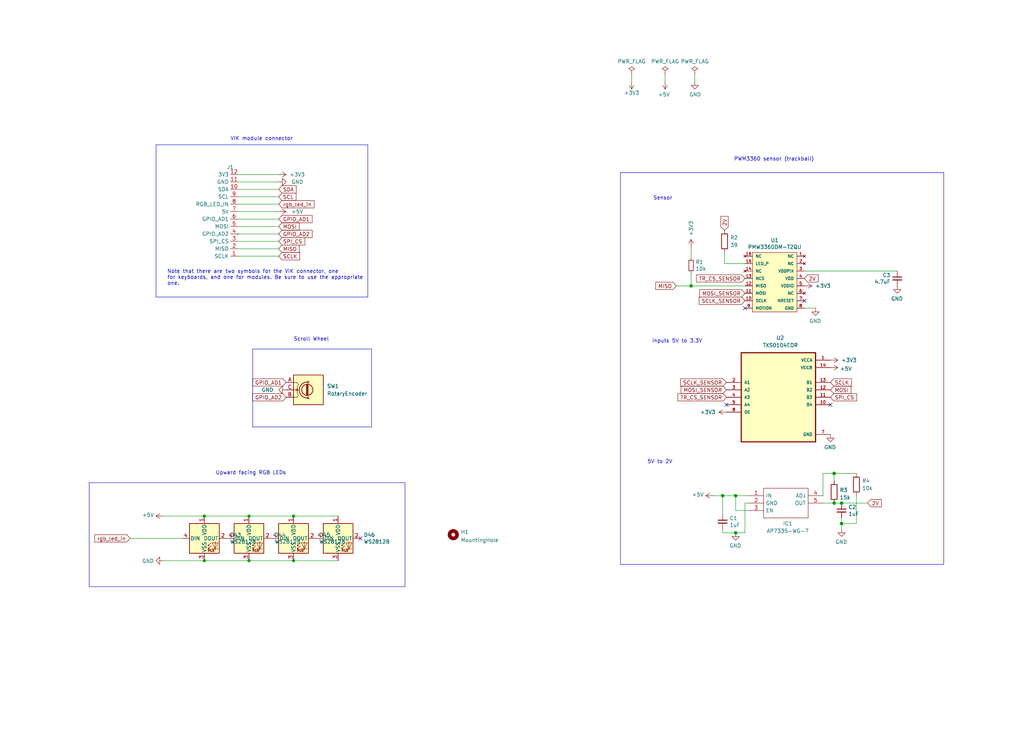
<source format=kicad_sch>
(kicad_sch (version 20230121) (generator eeschema)
  (paper "User" 350.012 250.012)
  (lib_symbols
    (symbol "AP7331-WG-7:AP7331-WG-7" (pin_names (offset 0.762))
      (property "Reference" "IC" (at 21.59 7.62 0))
      (property "Value" "AP7331-WG-7" (at 21.59 5.08 0))
      (symbol "AP7331-WG-7_0_0"
        (pin passive line (at 0 0 0) (length 5.08) (name "IN") (number "1"))
        (pin passive line (at 0 -2.54 0) (length 5.08) (name "GND") (number "2"))
        (pin passive line (at 0 -5.08 0) (length 5.08) (name "EN") (number "3"))
        (pin passive line (at 25.4 0 180) (length 5.08) (name "ADJ") (number "4"))
        (pin passive line (at 25.4 -2.54 180) (length 5.08) (name "OUT") (number "5"))
      )
      (symbol "AP7331-WG-7_0_1"
        (polyline (pts (xy 5.08 2.54) (xy 20.32 2.54) (xy 20.32 -7.62) (xy 5.08 -7.62) (xy 5.08 2.54)) (stroke (width 0.1524)))
      )
    )
    (symbol "Device:C_Small" (pin_numbers hide) (pin_names (offset 0.254) hide)
      (property "Reference" "C" (at 0.254 1.778 0))
      (property "Value" "C_Small" (at 0.254 -2.032 0))
      (symbol "C_Small_0_1"
        (polyline (pts (xy -1.524 -0.508) (xy 1.524 -0.508)) (stroke (width 0.3302)))
        (polyline (pts (xy -1.524 0.508) (xy 1.524 0.508)) (stroke (width 0.3048)))
      )
      (symbol "C_Small_1_1"
        (pin passive line (at 0 2.54 270) (length 2.032) (name "~") (number "1"))
        (pin passive line (at 0 -2.54 90) (length 2.032) (name "~") (number "2"))
      )
    )
    (symbol "Device:R" (pin_numbers hide) (pin_names (offset 0))
      (property "Reference" "R" (at 2.032 0 90))
      (property "Value" "R" (at 0 0 90))
      (symbol "R_0_1"
        (rectangle (start -1.016 -2.54) (end 1.016 2.54) (stroke (width 0.254)))
      )
      (symbol "R_1_1"
        (pin passive line (at 0 3.81 270) (length 1.27) (name "~") (number "1"))
        (pin passive line (at 0 -3.81 90) (length 1.27) (name "~") (number "2"))
      )
    )
    (symbol "Device:R_Small" (pin_numbers hide) (pin_names (offset 0.254) hide)
      (property "Reference" "R" (at 0.762 0.508 0))
      (property "Value" "R_Small" (at 0.762 -1.016 0))
      (symbol "R_Small_0_1"
        (rectangle (start -0.762 1.778) (end 0.762 -1.778) (stroke (width 0.2032)))
      )
      (symbol "R_Small_1_1"
        (pin passive line (at 0 2.54 270) (length 0.762) (name "~") (number "1"))
        (pin passive line (at 0 -2.54 90) (length 0.762) (name "~") (number "2"))
      )
    )
    (symbol "Device:RotaryEncoder" (pin_names (offset 0.254) hide)
      (property "Reference" "SW" (at 0 6.604 0))
      (property "Value" "RotaryEncoder" (at 0 -6.604 0))
      (symbol "RotaryEncoder_0_1"
        (rectangle (start -5.08 5.08) (end 5.08 -5.08) (stroke (width 0.254)) (fill (type background)))
        (circle (center -3.81 0) (radius 0.254) (fill (type outline)))
        (circle (center -0.381 0) (radius 1.905) (stroke (width 0.254)))
        (arc (start -0.381 2.667) (mid -3.0988 -0.0635) (end -0.381 -2.794) (stroke (width 0.254)))
        (polyline (pts (xy -0.635 -1.778) (xy -0.635 1.778)) (stroke (width 0.254)))
        (polyline (pts (xy -0.381 -1.778) (xy -0.381 1.778)) (stroke (width 0.254)))
        (polyline (pts (xy -0.127 1.778) (xy -0.127 -1.778)) (stroke (width 0.254)))
        (polyline (pts (xy -5.08 -2.54) (xy -3.81 -2.54) (xy -3.81 -2.032)))
        (polyline (pts (xy -5.08 2.54) (xy -3.81 2.54) (xy -3.81 2.032)))
        (polyline (pts (xy 0.254 -3.048) (xy -0.508 -2.794) (xy 0.127 -2.413)) (stroke (width 0.254)))
        (polyline (pts (xy 0.254 2.921) (xy -0.508 2.667) (xy 0.127 2.286)) (stroke (width 0.254)))
        (polyline (pts (xy -5.08 0) (xy -3.81 0) (xy -3.81 -1.016) (xy -3.302 -2.032)))
        (polyline (pts (xy -4.318 0) (xy -3.81 0) (xy -3.81 1.016) (xy -3.302 2.032)))
      )
      (symbol "RotaryEncoder_1_1"
        (pin passive line (at -7.62 2.54 0) (length 2.54) (name "A") (number "A"))
        (pin passive line (at -7.62 -2.54 0) (length 2.54) (name "B") (number "B"))
        (pin passive line (at -7.62 0 0) (length 2.54) (name "C") (number "C"))
      )
    )
    (symbol "Mechanical:MountingHole" (pin_names (offset 1.016))
      (property "Reference" "H" (at 0 5.08 0))
      (property "Value" "MountingHole" (at 0 3.175 0))
      (symbol "MountingHole_0_1"
        (circle (center 0 0) (radius 1.27) (stroke (width 1.27)))
      )
    )
    (symbol "TXS0104EDR:TXS0104EDR" (pin_names (offset 1.016))
      (property "Reference" "U" (at -12.7 16.2306 0))
      (property "Value" "TXS0104EDR" (at -12.7 -19.2278 0))
      (symbol "TXS0104EDR_0_0"
        (rectangle (start -12.7 -15.24) (end 12.7 15.24) (stroke (width 0.4064)) (fill (type background)))
        (pin power_in line (at 17.78 12.7 180) (length 5.08) (name "VCCA") (number "1"))
        (pin output line (at 17.78 -2.54 180) (length 5.08) (name "B4") (number "10"))
        (pin output line (at 17.78 0 180) (length 5.08) (name "B3") (number "11"))
        (pin output line (at 17.78 2.54 180) (length 5.08) (name "B2") (number "12"))
        (pin output line (at 17.78 5.08 180) (length 5.08) (name "B1") (number "13"))
        (pin power_in line (at 17.78 10.16 180) (length 5.08) (name "VCCB") (number "14"))
        (pin input line (at -17.78 5.08 0) (length 5.08) (name "A1") (number "2"))
        (pin input line (at -17.78 2.54 0) (length 5.08) (name "A2") (number "3"))
        (pin input line (at -17.78 0 0) (length 5.08) (name "A3") (number "4"))
        (pin input line (at -17.78 -2.54 0) (length 5.08) (name "A4") (number "5"))
        (pin power_in line (at 17.78 -12.7 180) (length 5.08) (name "GND") (number "7"))
        (pin input line (at -17.78 -5.08 0) (length 5.08) (name "OE") (number "8"))
      )
    )
    (symbol "kicad-keyboard-parts:SK6812MINI-E" (pin_names (offset 0.254))
      (property "Reference" "D" (at 5.08 5.715 0))
      (property "Value" "SK6812MINI-E" (at 1.27 -5.715 0))
      (symbol "SK6812MINI-E_0_0"
        (text "RGB" (at 2.286 -4.191 0) (effects (font (size 0.762 0.762))))
      )
      (symbol "SK6812MINI-E_0_1"
        (polyline (pts (xy 1.27 -3.556) (xy 1.778 -3.556)))
        (polyline (pts (xy 1.27 -2.54) (xy 1.778 -2.54)))
        (polyline (pts (xy 4.699 -3.556) (xy 2.667 -3.556)))
        (polyline (pts (xy 2.286 -2.54) (xy 1.27 -3.556) (xy 1.27 -3.048)))
        (polyline (pts (xy 2.286 -1.524) (xy 1.27 -2.54) (xy 1.27 -2.032)))
        (polyline (pts (xy 3.683 -1.016) (xy 3.683 -3.556) (xy 3.683 -4.064)))
        (polyline (pts (xy 4.699 -1.524) (xy 2.667 -1.524) (xy 3.683 -3.556) (xy 4.699 -1.524)))
        (rectangle (start 5.08 5.08) (end -5.08 -5.08) (stroke (width 0.254)) (fill (type background)))
      )
      (symbol "SK6812MINI-E_1_1"
        (pin power_in line (at 0 7.62 270) (length 2.54) (name "VDD") (number "1"))
        (pin output line (at 7.62 0 180) (length 2.54) (name "DOUT") (number "2"))
        (pin power_in line (at 0 -7.62 90) (length 2.54) (name "VSS") (number "3"))
        (pin input line (at -7.62 0 0) (length 2.54) (name "DIN") (number "4"))
      )
    )
    (symbol "power:+3V3" (power) (pin_names (offset 0))
      (property "Value" "+3V3" (at 0 3.556 0))
      (symbol "+3V3_0_1"
        (polyline (pts (xy -0.762 1.27) (xy 0 2.54)))
        (polyline (pts (xy 0 0) (xy 0 2.54)))
        (polyline (pts (xy 0 2.54) (xy 0.762 1.27)))
      )
      (symbol "+3V3_1_1"
        (pin power_in line (at 0 0 90) (length 0) hide (name "+3V3") (number "1"))
      )
    )
    (symbol "power:+5V" (power) (pin_names (offset 0))
      (property "Value" "+5V" (at 0 3.556 0))
      (symbol "+5V_0_1"
        (polyline (pts (xy -0.762 1.27) (xy 0 2.54)))
        (polyline (pts (xy 0 0) (xy 0 2.54)))
        (polyline (pts (xy 0 2.54) (xy 0.762 1.27)))
      )
      (symbol "+5V_1_1"
        (pin power_in line (at 0 0 90) (length 0) hide (name "+5V") (number "1"))
      )
    )
    (symbol "power:GND" (power) (pin_names (offset 0))
      (property "Value" "GND" (at 0 -3.81 0))
      (symbol "GND_0_1"
        (polyline (pts (xy 0 0) (xy 0 -1.27) (xy 1.27 -1.27) (xy 0 -2.54) (xy -1.27 -1.27) (xy 0 -1.27)))
      )
      (symbol "GND_1_1"
        (pin power_in line (at 0 0 270) (length 0) hide (name "GND") (number "1"))
      )
    )
    (symbol "power:PWR_FLAG" (power) (pin_numbers hide) (pin_names (offset 0) hide)
      (property "Value" "PWR_FLAG" (at 0 3.81 0))
      (symbol "PWR_FLAG_0_0"
        (pin power_out line (at 0 0 90) (length 0) (name "pwr") (number "1"))
      )
      (symbol "PWR_FLAG_0_1"
        (polyline (pts (xy 0 0) (xy 0 1.27) (xy -1.016 1.905) (xy 0 2.54) (xy 1.016 1.905) (xy 0 1.27)))
      )
    )
    (symbol "sensor-rescue:PWM3360-pwm3360" (pin_names (offset 1.016))
      (property "Reference" "U4" (at 0 14.351 0))
      (property "Value" "PMW3360DM-T2QU" (at 0 12.0396 0))
      (symbol "PWM3360-pwm3360_0_1"
        (rectangle (start -7.62 10.16) (end 7.62 -10.16) (fill (type background)))
      )
      (symbol "PWM3360-pwm3360_1_1"
        (pin no_connect line (at -10.16 8.89 0) (length 2.54) (name "NC") (number "1"))
        (pin input line (at 10.16 -6.35 180) (length 2.54) (name "SCLK") (number "10"))
        (pin input line (at 10.16 -3.81 180) (length 2.54) (name "MOSI") (number "11"))
        (pin output line (at 10.16 -1.27 180) (length 2.54) (name "MISO") (number "12"))
        (pin input line (at 10.16 1.27 180) (length 2.54) (name "NCS") (number "13"))
        (pin no_connect line (at 10.16 3.81 180) (length 2.54) (name "NC") (number "14"))
        (pin input line (at 10.16 6.35 180) (length 2.54) (name "LED_P") (number "15"))
        (pin no_connect line (at 10.16 8.89 180) (length 2.54) (name "NC") (number "16"))
        (pin no_connect line (at -10.16 6.35 0) (length 2.54) (name "NC") (number "2"))
        (pin power_out line (at -10.16 3.81 0) (length 2.54) (name "VDDPIX") (number "3"))
        (pin power_in line (at -10.16 1.27 0) (length 2.54) (name "VDD") (number "4"))
        (pin power_in line (at -10.16 -1.27 0) (length 2.54) (name "VDDIO") (number "5"))
        (pin no_connect line (at -10.16 -3.81 0) (length 2.54) (name "NC") (number "6"))
        (pin input line (at -10.16 -6.35 0) (length 2.54) (name "NRESET") (number "7"))
        (pin power_in line (at -10.16 -8.89 0) (length 2.54) (name "GND") (number "8"))
        (pin output line (at 10.16 -8.89 180) (length 2.54) (name "MOTION") (number "9"))
      )
    )
    (symbol "vik:vik-module-connector"
      (property "Reference" "J" (at 0 17.78 0))
      (symbol "vik-module-connector_1_1"
        (pin input line (at 0 13.97 0) (length 2.54) (name "SCLK") (number "1"))
        (pin input line (at 0 -8.89 0) (length 2.54) (name "SDA") (number "10"))
        (pin power_in line (at 0 -11.43 0) (length 2.54) (name "GND") (number "11"))
        (pin power_in line (at 0 -13.97 0) (length 2.54) (name "3V3") (number "12"))
        (pin input line (at 0 11.43 0) (length 2.54) (name "MISO") (number "2"))
        (pin input line (at 0 8.89 0) (length 2.54) (name "SPI_CS") (number "3"))
        (pin input line (at 0 6.35 0) (length 2.54) (name "GPIO_AD2") (number "4"))
        (pin input line (at 0 3.81 0) (length 2.54) (name "MOSI") (number "5"))
        (pin input line (at 0 1.27 0) (length 2.54) (name "GPIO_AD1") (number "6"))
        (pin power_in line (at 0 -1.27 0) (length 2.54) (name "5V") (number "7"))
        (pin input line (at 0 -3.81 0) (length 2.54) (name "RGB_LED_IN") (number "8"))
        (pin input line (at 0 -6.35 0) (length 2.54) (name "SCL") (number "9"))
      )
    )
  )
  (junction (at 251.46 182.245) (diameter 1.016))
  (junction (at 69.85 191.77))
  (junction (at 236.22 97.79) (diameter 1.016))
  (junction (at 85.09 176.53))
  (junction (at 247.015 169.545) (diameter 1.016))
  (junction (at 251.46 169.545) (diameter 1.016))
  (junction (at 287.655 172.085) (diameter 1.016))
  (junction (at 285.115 161.925) (diameter 1.016))
  (junction (at 285.115 172.085) (diameter 1.016))
  (junction (at 100.33 176.53))
  (junction (at 100.33 191.77))
  (junction (at 287.655 179.07) (diameter 1.016))
  (junction (at 69.85 176.53))
  (junction (at 85.09 191.77))
  (no_connect (at 254.635 105.41))
  (no_connect (at 123.19 184.15))
  (no_connect (at 274.955 102.87))
  (no_connect (at 248.285 138.43))
  (no_connect (at 283.845 138.43))
  (wire (pts (xy 247.015 182.245) (xy 247.015 180.975)))
  (wire (pts (xy 274.955 92.71) (xy 306.705 92.71)))
  (wire (pts (xy 281.305 172.085) (xy 285.115 172.085)))
  (wire (pts (xy 81.28 59.69) (xy 95.25 59.69)))
  (wire (pts (xy 81.28 67.31) (xy 95.25 67.31)))
  (wire (pts (xy 85.09 176.53) (xy 100.33 176.53)))
  (polyline (pts (xy 30.48 165.1) (xy 30.48 200.66)))
  (wire (pts (xy 281.305 161.925) (xy 285.115 161.925)))
  (wire (pts (xy 243.84 169.545) (xy 247.015 169.545)))
  (wire (pts (xy 292.735 169.545) (xy 292.735 179.07)))
  (wire (pts (xy 81.28 77.47) (xy 95.25 77.47)))
  (polyline (pts (xy 322.58 193.04) (xy 212.09 193.04)))
  (wire (pts (xy 285.115 161.925) (xy 292.735 161.925)))
  (wire (pts (xy 255.905 172.085) (xy 254.635 172.085)))
  (wire (pts (xy 237.49 25.4) (xy 237.49 27.94)))
  (wire (pts (xy 247.65 90.17) (xy 247.65 86.36)))
  (wire (pts (xy 236.22 97.79) (xy 254.635 97.79)))
  (wire (pts (xy 69.85 191.77) (xy 85.09 191.77)))
  (wire (pts (xy 285.115 172.085) (xy 287.655 172.085)))
  (wire (pts (xy 81.28 74.93) (xy 95.25 74.93)))
  (polyline (pts (xy 86.36 146.05) (xy 127 146.05)))
  (wire (pts (xy 55.88 191.77) (xy 69.85 191.77)))
  (polyline (pts (xy 322.58 59.055) (xy 322.58 193.04)))
  (wire (pts (xy 285.115 161.925) (xy 285.115 164.465)))
  (polyline (pts (xy 30.48 165.1) (xy 138.43 165.1)))
  (wire (pts (xy 55.88 176.53) (xy 69.85 176.53)))
  (wire (pts (xy 254.635 172.085) (xy 254.635 182.245)))
  (wire (pts (xy 287.655 179.07) (xy 287.655 180.975)))
  (wire (pts (xy 81.28 82.55) (xy 95.25 82.55)))
  (wire (pts (xy 292.735 179.07) (xy 287.655 179.07)))
  (wire (pts (xy 236.22 84.455) (xy 236.22 88.265)))
  (wire (pts (xy 81.28 85.09) (xy 95.25 85.09)))
  (wire (pts (xy 281.305 161.925) (xy 281.305 169.545)))
  (wire (pts (xy 287.655 172.085) (xy 296.545 172.085)))
  (wire (pts (xy 85.09 191.77) (xy 100.33 191.77)))
  (wire (pts (xy 251.46 182.245) (xy 247.015 182.245)))
  (wire (pts (xy 81.28 62.23) (xy 95.25 62.23)))
  (wire (pts (xy 100.33 191.77) (xy 115.57 191.77)))
  (wire (pts (xy 255.905 174.625) (xy 251.46 174.625)))
  (wire (pts (xy 81.28 64.77) (xy 95.25 64.77)))
  (polyline (pts (xy 212.09 59.055) (xy 322.58 59.055)))
  (wire (pts (xy 251.46 174.625) (xy 251.46 169.545)))
  (wire (pts (xy 274.955 105.41) (xy 278.765 105.41)))
  (wire (pts (xy 100.33 176.53) (xy 115.57 176.53)))
  (wire (pts (xy 227.33 25.4) (xy 227.33 27.94)))
  (wire (pts (xy 287.655 177.165) (xy 287.655 179.07)))
  (polyline (pts (xy 125.73 49.53) (xy 125.73 101.6)))
  (polyline (pts (xy 125.73 101.6) (xy 53.34 101.6)))
  (polyline (pts (xy 86.36 119.38) (xy 127 119.38)))
  (polyline (pts (xy 53.34 49.53) (xy 53.34 101.6)))
  (wire (pts (xy 231.14 97.79) (xy 236.22 97.79)))
  (polyline (pts (xy 138.43 200.66) (xy 138.43 165.1)))
  (wire (pts (xy 215.9 25.4) (xy 215.9 27.94)))
  (wire (pts (xy 44.45 184.15) (xy 62.23 184.15)))
  (wire (pts (xy 81.28 87.63) (xy 95.25 87.63)))
  (polyline (pts (xy 53.34 49.53) (xy 125.73 49.53)))
  (wire (pts (xy 81.28 69.85) (xy 95.25 69.85)))
  (wire (pts (xy 247.015 169.545) (xy 247.015 175.895)))
  (wire (pts (xy 81.28 72.39) (xy 95.25 72.39)))
  (wire (pts (xy 254.635 90.17) (xy 247.65 90.17)))
  (wire (pts (xy 69.85 176.53) (xy 85.09 176.53)))
  (wire (pts (xy 254.635 182.245) (xy 251.46 182.245)))
  (wire (pts (xy 236.22 93.345) (xy 236.22 97.79)))
  (wire (pts (xy 247.015 169.545) (xy 251.46 169.545)))
  (polyline (pts (xy 212.09 193.04) (xy 212.09 59.055)))
  (polyline (pts (xy 30.48 200.66) (xy 138.43 200.66)))
  (polyline (pts (xy 86.36 119.38) (xy 86.36 146.05)))
  (wire (pts (xy 81.28 80.01) (xy 95.25 80.01)))
  (polyline (pts (xy 127 146.05) (xy 127 119.38)))
  (wire (pts (xy 251.46 169.545) (xy 255.905 169.545)))
  (text "PWM3360 sensor (trackball)" (at 250.825 55.245 0) (effects (font (size 1.27 1.27)) (justify left bottom)))
  (text "Inputs 5V to 3.3V" (at 240.03 117.475 0) (effects (font (size 1.27 1.27)) (justify right bottom)))
  (text "Note that there are two symbols for the VIK connector, one\nfor keyboards, and one for modules. Be sure to use the appropriate\none." (at 57.15 97.79 0) (effects (font (size 1.27 1.27)) (justify left bottom)))
  (text "Sensor" (at 229.87 68.58 0) (effects (font (size 1.27 1.27)) (justify right bottom)))
  (text "Upward facing RGB LEDs" (at 73.66 162.56 0) (effects (font (size 1.27 1.27)) (justify left bottom)))
  (text "5V to 2V" (at 229.87 158.75 0) (effects (font (size 1.27 1.27)) (justify right bottom)))
  (text "VIK module connector" (at 78.74 48.26 0) (effects (font (size 1.27 1.27)) (justify left bottom)))
  (text "Scroll Wheel" (at 100.33 116.84 0) (effects (font (size 1.27 1.27)) (justify left bottom)))
  (global_label "SCLK_SENSOR" (shape input) (at 254.635 102.87 180) (property "Intersheetrefs" "${INTERSHEET_REFS}" (effects hide)))
  (global_label "2V" (shape input) (at 274.955 95.25 0) (property "Intersheetrefs" "${INTERSHEET_REFS}" (effects hide)))
  (global_label "SPI_CS" (shape input) (at 283.845 135.89 0) (property "Intersheetrefs" "${INTERSHEET_REFS}" (effects hide)))
  (global_label "GPIO_AD2" (shape input) (at 97.79 135.89 180) (property "Intersheetrefs" "${INTERSHEET_REFS}" (effects hide)))
  (global_label "2V" (shape input) (at 247.65 78.74 90) (property "Intersheetrefs" "${INTERSHEET_REFS}" (effects hide)))
  (global_label "SPI_CS" (shape input) (at 95.25 82.55 0) (property "Intersheetrefs" "${INTERSHEET_REFS}" (effects hide)))
  (global_label "GPIO_AD2" (shape input) (at 95.25 80.01 0) (property "Intersheetrefs" "${INTERSHEET_REFS}" (effects hide)))
  (global_label "MOSI_SENSOR" (shape input) (at 254.635 100.33 180) (property "Intersheetrefs" "${INTERSHEET_REFS}" (effects hide)))
  (global_label "MOSI" (shape input) (at 95.25 77.47 0) (property "Intersheetrefs" "${INTERSHEET_REFS}" (effects hide)))
  (global_label "SCL" (shape input) (at 95.25 67.31 0) (property "Intersheetrefs" "${INTERSHEET_REFS}" (effects hide)))
  (global_label "MOSI" (shape input) (at 283.845 133.35 0) (property "Intersheetrefs" "${INTERSHEET_REFS}" (effects hide)))
  (global_label "MISO" (shape input) (at 95.25 85.09 0) (property "Intersheetrefs" "${INTERSHEET_REFS}" (effects hide)))
  (global_label "SCLK" (shape input) (at 95.25 87.63 0) (property "Intersheetrefs" "${INTERSHEET_REFS}" (effects hide)))
  (global_label "rgb_led_in" (shape input) (at 44.45 184.15 180) (property "Intersheetrefs" "${INTERSHEET_REFS}" (effects hide)))
  (global_label "SCLK_SENSOR" (shape input) (at 248.285 130.81 180) (property "Intersheetrefs" "${INTERSHEET_REFS}" (effects hide)))
  (global_label "TR_CS_SENSOR" (shape input) (at 254.635 95.25 180) (property "Intersheetrefs" "${INTERSHEET_REFS}" (effects hide)))
  (global_label "MISO" (shape input) (at 231.14 97.79 180) (property "Intersheetrefs" "${INTERSHEET_REFS}" (effects hide)))
  (global_label "GPIO_AD1" (shape input) (at 95.25 74.93 0) (property "Intersheetrefs" "${INTERSHEET_REFS}" (effects hide)))
  (global_label "GPIO_AD1" (shape input) (at 97.79 130.81 180) (property "Intersheetrefs" "${INTERSHEET_REFS}" (effects hide)))
  (global_label "rgb_led_in" (shape input) (at 95.25 69.85 0) (property "Intersheetrefs" "${INTERSHEET_REFS}" (effects hide)))
  (global_label "2V" (shape input) (at 296.545 172.085 0) (property "Intersheetrefs" "${INTERSHEET_REFS}" (effects hide)))
  (global_label "SCLK" (shape input) (at 283.845 130.81 0) (property "Intersheetrefs" "${INTERSHEET_REFS}" (effects hide)))
  (global_label "TR_CS_SENSOR" (shape input) (at 248.285 135.89 180) (property "Intersheetrefs" "${INTERSHEET_REFS}" (effects hide)))
  (global_label "MOSI_SENSOR" (shape input) (at 248.285 133.35 180) (property "Intersheetrefs" "${INTERSHEET_REFS}" (effects hide)))
  (global_label "SDA" (shape input) (at 95.25 64.77 0) (property "Intersheetrefs" "${INTERSHEET_REFS}" (effects hide)))
  (symbol (lib_id "power:+5V") (at 55.88 176.53 90) (unit 1)
    (property "Reference" "#PWR08" (effects hide))
    (property "Value" "+5V" (at 52.6288 176.149 90) (effects (justify left)))
  )
  (symbol (lib_id "power:PWR_FLAG") (at 215.9 25.4 0) (unit 1)
    (property "Reference" "#FLG01" (effects hide))
    (property "Value" "PWR_FLAG" (at 215.9 21.0058 0))
  )
  (symbol (lib_id "power:PWR_FLAG") (at 227.33 25.4 0) (unit 1)
    (property "Reference" "#FLG02" (effects hide))
    (property "Value" "PWR_FLAG" (at 227.33 21.0058 0))
  )
  (symbol (lib_id "power:+5V") (at 227.33 27.94 180) (unit 1)
    (property "Reference" "#PWR02" (effects hide))
    (property "Value" "+5V" (at 226.949 32.3342 0))
  )
  (symbol (lib_id "power:GND") (at 237.49 27.94 0) (unit 1)
    (property "Reference" "#PWR03" (effects hide))
    (property "Value" "GND" (at 237.617 32.3342 0))
  )
  (symbol (lib_id "power:PWR_FLAG") (at 237.49 25.4 0) (unit 1)
    (property "Reference" "#FLG03" (effects hide))
    (property "Value" "PWR_FLAG" (at 237.49 21.0058 0))
  )
  (symbol (lib_id "power:GND") (at 55.88 191.77 270) (unit 1)
    (property "Reference" "#PWR09" (effects hide))
    (property "Value" "GND" (at 52.6288 191.897 90) (effects (justify right)))
  )
  (symbol (lib_id "sensor-rescue:PWM3360-pwm3360") (at 264.795 96.52 0) (mirror y) (unit 1)
    (property "Reference" "U1" (at 264.795 82.169 0))
    (property "Value" "PMW3360DM-T2QU" (at 264.795 84.4804 0))
    (property "Footprint" "fingerpunch:PMW3360" (effects hide))
  )
  (symbol (lib_id "power:GND") (at 95.25 62.23 90) (mirror x) (unit 1)
    (property "Reference" "#PWR0102" (effects hide))
    (property "Value" "GND" (at 101.6 62.23 90))
  )
  (symbol (lib_id "power:+3V3") (at 283.845 123.19 270) (unit 1)
    (property "Reference" "#PWR0106" (effects hide))
    (property "Value" "+3V3" (at 290.195 123.19 90))
  )
  (symbol (lib_id "Device:R_Small") (at 236.22 90.805 0) (unit 1)
    (property "Reference" "R1" (at 237.7186 89.6366 0) (effects (justify left)))
    (property "Value" "10k" (at 237.7186 91.948 0) (effects (justify left)))
    (property "Footprint" "Resistor_SMD:R_1206_3216Metric" (effects hide))
    (property "LCSC" "C328409" (effects hide))
  )
  (symbol (lib_id "Device:R") (at 285.115 168.275 0) (unit 1)
    (property "Reference" "R3" (at 287.02 167.64 0) (effects (justify left)))
    (property "Value" "15k" (at 287.02 170.18 0) (effects (justify left)))
    (property "Footprint" "Resistor_SMD:R_1206_3216Metric" (effects hide))
    (property "LCSC" "C351534" (effects hide))
  )
  (symbol (lib_id "power:GND") (at 278.765 105.41 0) (mirror y) (unit 1)
    (property "Reference" "#PWR0114" (effects hide))
    (property "Value" "GND" (at 278.638 109.8042 0))
  )
  (symbol (lib_id "kicad-keyboard-parts:SK6812MINI-E") (at 69.85 184.15 0) (unit 1)
    (property "Reference" "D43" (at 78.5876 182.9816 0) (effects (justify left)))
    (property "Value" "WS2812B" (at 78.5876 185.293 0) (effects (justify left)))
    (property "Footprint" "fingerpunch:LED_WS2812B_PLCC4_5.0x5.0mm_P3.2mm-reversible" (effects hide))
    (property "Datasheet" "https://cdn-shop.adafruit.com/product-files/2686/SK6812MINI_REV.01-1-2.pdf" (effects hide))
    (property "LCSC" "C2761795" (effects hide))
  )
  (symbol (lib_id "power:GND") (at 97.79 133.35 270) (mirror x) (unit 1)
    (property "Reference" "#PWR0105" (effects hide))
    (property "Value" "GND" (at 91.44 133.35 90))
  )
  (symbol (lib_id "Device:C_Small") (at 287.655 174.625 0) (unit 1)
    (property "Reference" "C2" (at 289.9918 173.4566 0) (effects (justify left)))
    (property "Value" "1uF" (at 289.992 175.768 0) (effects (justify left)))
    (property "Footprint" "Capacitor_SMD:C_1206_3216Metric" (effects hide))
    (property "LCSC" "C1926" (effects hide))
  )
  (symbol (lib_id "kicad-keyboard-parts:SK6812MINI-E") (at 115.57 184.15 0) (unit 1)
    (property "Reference" "D46" (at 124.3076 182.9816 0) (effects (justify left)))
    (property "Value" "WS2812B" (at 124.3076 185.293 0) (effects (justify left)))
    (property "Footprint" "fingerpunch:LED_WS2812B_PLCC4_5.0x5.0mm_P3.2mm-reversible" (effects hide))
    (property "Datasheet" "https://cdn-shop.adafruit.com/product-files/2686/SK6812MINI_REV.01-1-2.pdf" (effects hide))
    (property "LCSC" "C2761795" (effects hide))
  )
  (symbol (lib_id "kicad-keyboard-parts:SK6812MINI-E") (at 100.33 184.15 0) (unit 1)
    (property "Reference" "D45" (at 109.0676 182.9816 0) (effects (justify left)))
    (property "Value" "WS2812B" (at 109.0676 185.293 0) (effects (justify left)))
    (property "Footprint" "fingerpunch:LED_WS2812B_PLCC4_5.0x5.0mm_P3.2mm-reversible" (effects hide))
    (property "Datasheet" "https://cdn-shop.adafruit.com/product-files/2686/SK6812MINI_REV.01-1-2.pdf" (effects hide))
    (property "LCSC" "C2761795" (effects hide))
  )
  (symbol (lib_id "Device:R") (at 247.65 82.55 0) (unit 1)
    (property "Reference" "R2" (at 249.555 81.28 0) (effects (justify left)))
    (property "Value" "39" (at 249.555 83.82 0) (effects (justify left)))
    (property "Footprint" "Resistor_SMD:R_1206_3216Metric" (effects hide))
    (property "LCSC" "C153384" (effects hide))
  )
  (symbol (lib_id "power:+3V3") (at 95.25 59.69 270) (unit 1)
    (property "Reference" "#PWR0101" (effects hide))
    (property "Value" "+3V3" (at 101.6 59.69 90))
  )
  (symbol (lib_id "power:+3V3") (at 236.22 84.455 0) (unit 1)
    (property "Reference" "#PWR0116" (effects hide))
    (property "Value" "+3V3" (at 236.22 78.105 90))
  )
  (symbol (lib_id "power:+3V3") (at 248.285 140.97 90) (unit 1)
    (property "Reference" "#PWR0108" (effects hide))
    (property "Value" "+3V3" (at 241.935 140.97 90))
  )
  (symbol (lib_id "power:+5V") (at 95.25 72.39 270) (unit 1)
    (property "Reference" "#PWR0104" (effects hide))
    (property "Value" "+5V" (at 101.6 72.39 90))
  )
  (symbol (lib_id "power:GND") (at 306.705 97.79 0) (mirror y) (unit 1)
    (property "Reference" "#PWR0107" (effects hide))
    (property "Value" "GND" (at 306.578 102.1842 0))
  )
  (symbol (lib_id "Device:C_Small") (at 306.705 95.25 0) (mirror y) (unit 1)
    (property "Reference" "C3" (at 304.3682 94.0816 0) (effects (justify left)))
    (property "Value" "4.7uF" (at 304.3682 96.393 0) (effects (justify left)))
    (property "Footprint" "Capacitor_SMD:C_1206_3216Metric" (effects hide))
    (property "LCSC" " C29823" (effects hide))
  )
  (symbol (lib_id "power:+5V") (at 243.84 169.545 90) (unit 1)
    (property "Reference" "#PWR0113" (effects hide))
    (property "Value" "+5V" (at 240.5888 169.164 90) (effects (justify left)))
  )
  (symbol (lib_id "kicad-keyboard-parts:SK6812MINI-E") (at 85.09 184.15 0) (unit 1)
    (property "Reference" "D44" (at 93.8276 182.9816 0) (effects (justify left)))
    (property "Value" "WS2812B" (at 93.8276 185.293 0) (effects (justify left)))
    (property "Footprint" "fingerpunch:LED_WS2812B_PLCC4_5.0x5.0mm_P3.2mm-reversible" (effects hide))
    (property "Datasheet" "https://cdn-shop.adafruit.com/product-files/2686/SK6812MINI_REV.01-1-2.pdf" (effects hide))
    (property "LCSC" "C2761795" (effects hide))
  )
  (symbol (lib_id "vik:vik-module-connector") (at 81.28 73.66 180) (unit 1)
    (property "Reference" "J1" (at 78.74 57.15 0))
    (property "Value" "~" (at 81.28 80.01 0))
    (property "Footprint" "vik:vik-module-connector-horizontal" (effects hide))
    (property "LCSC" "C479750" (effects hide))
  )
  (symbol (lib_id "power:+3V3") (at 274.955 97.79 270) (unit 1)
    (property "Reference" "#PWR0115" (effects hide))
    (property "Value" "+3V3" (at 281.305 97.79 90))
  )
  (symbol (lib_id "power:GND") (at 283.845 148.59 0) (mirror y) (unit 1)
    (property "Reference" "#PWR0110" (effects hide))
    (property "Value" "GND" (at 283.718 152.9842 0))
  )
  (symbol (lib_id "Device:R") (at 292.735 165.735 0) (unit 1)
    (property "Reference" "R4" (at 294.64 164.465 0) (effects (justify left)))
    (property "Value" "10k" (at 294.64 167.005 0) (effects (justify left)))
    (property "Footprint" "Resistor_SMD:R_1206_3216Metric" (effects hide))
    (property "LCSC" "C328409" (effects hide))
  )
  (symbol (lib_id "Mechanical:MountingHole") (at 154.94 182.88 0) (unit 1)
    (property "Reference" "H1" (at 157.48 181.9715 0) (effects (justify left)))
    (property "Value" "MountingHole" (at 157.48 184.7466 0) (effects (justify left)))
    (property "Footprint" "vik:vik-module-mounting-large" (effects hide))
  )
  (symbol (lib_id "TXS0104EDR:TXS0104EDR") (at 266.065 135.89 0) (unit 1)
    (property "Reference" "U2" (at 266.7 115.57 0))
    (property "Value" "TXS0104EDR" (at 266.7 118.11 0))
    (property "Footprint" "fingerpunch:SOIC127P600X175-14N" (effects hide))
    (property "LCSC" "C79342" (effects hide))
  )
  (symbol (lib_id "power:GND") (at 251.46 182.245 0) (mirror y) (unit 1)
    (property "Reference" "#PWR0117" (effects hide))
    (property "Value" "GND" (at 251.333 186.6392 0))
  )
  (symbol (lib_id "Device:C_Small") (at 247.015 178.435 0) (unit 1)
    (property "Reference" "C1" (at 249.3518 177.2666 0) (effects (justify left)))
    (property "Value" "1uF" (at 249.3518 179.578 0) (effects (justify left)))
    (property "Footprint" "Capacitor_SMD:C_1206_3216Metric" (effects hide))
    (property "LCSC" "C1926" (effects hide))
  )
  (symbol (lib_id "AP7331-WG-7:AP7331-WG-7") (at 255.905 169.545 0) (unit 1)
    (property "Reference" "IC1" (at 269.24 179.07 0))
    (property "Value" "AP7335-WG-7" (at 269.24 181.61 0))
    (property "Footprint" "fingerpunch:AP7331" (effects hide))
    (property "Datasheet" "http://uk.rs-online.com/web/p/products/7513083" (effects hide))
    (property "Description" "LDO Voltage Regulators LDO SOT-25 ADJUSTABLE 300MA" (effects hide))
    (property "Height" "1.45" (effects hide))
    (property "Manufacturer_Name" "Diodes Inc." (effects hide))
    (property "Manufacturer_Part_Number" "AP7331-WG-7" (effects hide))
    (property "Mouser Part Number" "621-AP7331-WG-7" (effects hide))
    (property "Mouser Price/Stock" "https://www.mouser.co.uk/ProductDetail/Diodes-Incorporated/AP7331-WG-7?qs=vIZ3oKQCLxr9PiNSCoXN%2FQ%3D%3D" (effects hide))
    (property "Arrow Part Number" "AP7331-WG-7" (effects hide))
    (property "Arrow Price/Stock" "https://www.arrow.com/en/products/ap7331-wg-7/diodes-incorporated?region=nac" (effects hide))
    (property "LCSC" "C460382" (effects hide))
  )
  (symbol (lib_id "power:+3V3") (at 215.9 27.94 180) (unit 1)
    (property "Reference" "#PWR0112" (effects hide))
    (property "Value" "+3V3" (at 215.9 31.75 0))
  )
  (symbol (lib_id "power:GND") (at 287.655 180.975 0) (mirror y) (unit 1)
    (property "Reference" "#PWR0109" (effects hide))
    (property "Value" "GND" (at 287.528 185.3692 0))
  )
  (symbol (lib_id "Device:RotaryEncoder") (at 105.41 133.35 0) (unit 1)
    (property "Reference" "SW1" (at 111.76 132.0799 0) (effects (justify left)))
    (property "Value" "RotaryEncoder" (at 111.76 134.6199 0) (effects (justify left)))
    (property "Footprint" "fingerpunch:PERS56v3" (effects hide))
  )
  (symbol (lib_id "power:+5V") (at 283.845 125.73 270) (unit 1)
    (property "Reference" "#PWR0111" (effects hide))
    (property "Value" "+5V" (at 287.0962 126.111 90) (effects (justify left)))
  )
)
</source>
